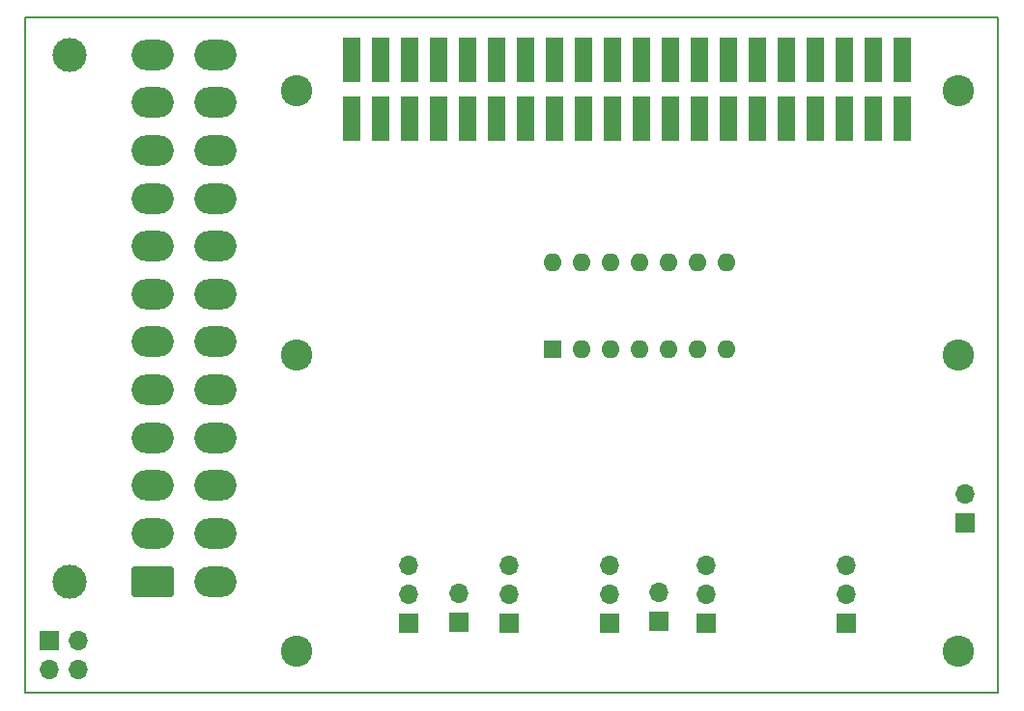
<source format=gbs>
G04 #@! TF.GenerationSoftware,KiCad,Pcbnew,(7.0.0-0)*
G04 #@! TF.CreationDate,2023-04-02T13:16:55+01:00*
G04 #@! TF.ProjectId,AuxBoard,41757842-6f61-4726-942e-6b696361645f,rev?*
G04 #@! TF.SameCoordinates,Original*
G04 #@! TF.FileFunction,Soldermask,Bot*
G04 #@! TF.FilePolarity,Negative*
%FSLAX46Y46*%
G04 Gerber Fmt 4.6, Leading zero omitted, Abs format (unit mm)*
G04 Created by KiCad (PCBNEW (7.0.0-0)) date 2023-04-02 13:16:55*
%MOMM*%
%LPD*%
G01*
G04 APERTURE LIST*
G04 Aperture macros list*
%AMRoundRect*
0 Rectangle with rounded corners*
0 $1 Rounding radius*
0 $2 $3 $4 $5 $6 $7 $8 $9 X,Y pos of 4 corners*
0 Add a 4 corners polygon primitive as box body*
4,1,4,$2,$3,$4,$5,$6,$7,$8,$9,$2,$3,0*
0 Add four circle primitives for the rounded corners*
1,1,$1+$1,$2,$3*
1,1,$1+$1,$4,$5*
1,1,$1+$1,$6,$7*
1,1,$1+$1,$8,$9*
0 Add four rect primitives between the rounded corners*
20,1,$1+$1,$2,$3,$4,$5,0*
20,1,$1+$1,$4,$5,$6,$7,0*
20,1,$1+$1,$6,$7,$8,$9,0*
20,1,$1+$1,$8,$9,$2,$3,0*%
G04 Aperture macros list end*
%ADD10C,2.750000*%
%ADD11R,1.600000X1.600000*%
%ADD12O,1.600000X1.600000*%
%ADD13R,1.700000X1.700000*%
%ADD14O,1.700000X1.700000*%
%ADD15C,3.000000*%
%ADD16RoundRect,0.250001X1.599999X-1.099999X1.599999X1.099999X-1.599999X1.099999X-1.599999X-1.099999X0*%
%ADD17O,3.700000X2.700000*%
%ADD18R,1.500000X4.000000*%
G04 #@! TA.AperFunction,Profile*
%ADD19C,0.200000*%
G04 #@! TD*
G04 APERTURE END LIST*
D10*
X128500000Y-79375000D03*
D11*
X150974999Y-78799999D03*
D12*
X153514999Y-78799999D03*
X156054999Y-78799999D03*
X158594999Y-78799999D03*
X161134999Y-78799999D03*
X163674999Y-78799999D03*
X166214999Y-78799999D03*
X166214999Y-71179999D03*
X163674999Y-71179999D03*
X161134999Y-71179999D03*
X158594999Y-71179999D03*
X156054999Y-71179999D03*
X153514999Y-71179999D03*
X150974999Y-71179999D03*
D13*
X176674999Y-102839999D03*
D14*
X176674999Y-100299999D03*
X176674999Y-97759999D03*
D15*
X108625000Y-99200000D03*
X108625000Y-53000000D03*
D16*
X115925000Y-99200000D03*
D17*
X115924999Y-94999999D03*
X115924999Y-90799999D03*
X115924999Y-86599999D03*
X115924999Y-82399999D03*
X115924999Y-78199999D03*
X115924999Y-73999999D03*
X115924999Y-69799999D03*
X115924999Y-65599999D03*
X115924999Y-61399999D03*
X115924999Y-57199999D03*
X115924999Y-52999999D03*
X121424999Y-99199999D03*
X121424999Y-94999999D03*
X121424999Y-90799999D03*
X121424999Y-86599999D03*
X121424999Y-82399999D03*
X121424999Y-78199999D03*
X121424999Y-73999999D03*
X121424999Y-69799999D03*
X121424999Y-65599999D03*
X121424999Y-61399999D03*
X121424999Y-57199999D03*
X121424999Y-52999999D03*
D13*
X138299999Y-102839999D03*
D14*
X138299999Y-100299999D03*
X138299999Y-97759999D03*
D13*
X142699999Y-102799999D03*
D14*
X142699999Y-100259999D03*
D13*
X155974999Y-102839999D03*
D14*
X155974999Y-100299999D03*
X155974999Y-97759999D03*
D18*
X133369999Y-58569999D03*
X133369999Y-53459999D03*
X135909999Y-58569999D03*
X135909999Y-53459999D03*
X138449999Y-58569999D03*
X138449999Y-53429999D03*
X140989999Y-58569999D03*
X140989999Y-53429999D03*
X143529999Y-58569999D03*
X143529999Y-53429999D03*
X146069999Y-58569999D03*
X146069999Y-53429999D03*
X148609999Y-58569999D03*
X148609999Y-53429999D03*
X151149999Y-58569999D03*
X151149999Y-53429999D03*
X153689999Y-58569999D03*
X153689999Y-53429999D03*
X156229999Y-58569999D03*
X156229999Y-53429999D03*
X158769999Y-58569999D03*
X158769999Y-53429999D03*
X161309999Y-58569999D03*
X161309999Y-53429999D03*
X163849999Y-58569999D03*
X163849999Y-53429999D03*
X166389999Y-58569999D03*
X166389999Y-53429999D03*
X168929999Y-58569999D03*
X168929999Y-53429999D03*
X171469999Y-58569999D03*
X171469999Y-53429999D03*
X174009999Y-58569999D03*
X174009999Y-53429999D03*
X176549999Y-58569999D03*
X176549999Y-53429999D03*
X179089999Y-58569999D03*
X179089999Y-53429999D03*
X181629999Y-58569999D03*
X181629999Y-53429999D03*
D13*
X160224999Y-102749999D03*
D14*
X160224999Y-100209999D03*
D13*
X147124999Y-102839999D03*
D14*
X147124999Y-100299999D03*
X147124999Y-97759999D03*
D10*
X128500000Y-105375000D03*
X186500000Y-105375000D03*
X128500000Y-56125000D03*
X186500000Y-79375000D03*
D13*
X164374999Y-102839999D03*
D14*
X164374999Y-100299999D03*
X164374999Y-97759999D03*
D13*
X187099999Y-94099999D03*
D14*
X187099999Y-91559999D03*
D10*
X186500000Y-56125000D03*
D13*
X106799999Y-104399999D03*
D14*
X109339999Y-104399999D03*
X106799999Y-106939999D03*
X109339999Y-106939999D03*
D19*
X104750000Y-49750000D02*
X190000000Y-49750000D01*
X190000000Y-49750000D02*
X190000000Y-109000000D01*
X190000000Y-109000000D02*
X104750000Y-109000000D01*
X104750000Y-109000000D02*
X104750000Y-49750000D01*
M02*

</source>
